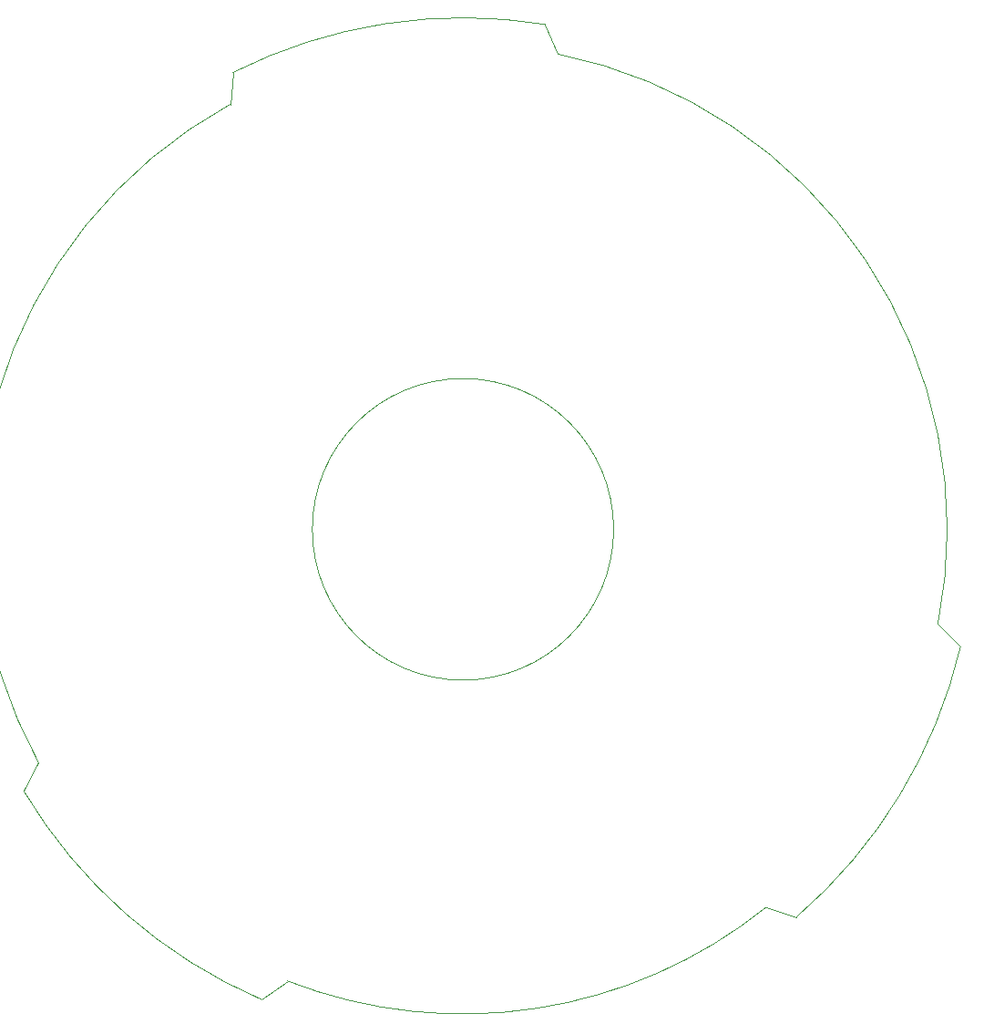
<source format=gbr>
%TF.GenerationSoftware,KiCad,Pcbnew,9.0.4*%
%TF.CreationDate,2025-09-29T12:29:08-05:00*%
%TF.ProjectId,Radial_Winding_Stator,52616469-616c-45f5-9769-6e64696e675f,rev?*%
%TF.SameCoordinates,Original*%
%TF.FileFunction,Profile,NP*%
%FSLAX46Y46*%
G04 Gerber Fmt 4.6, Leading zero omitted, Abs format (unit mm)*
G04 Created by KiCad (PCBNEW 9.0.4) date 2025-09-29 12:29:08*
%MOMM*%
%LPD*%
G01*
G04 APERTURE LIST*
%TA.AperFunction,Profile*%
%ADD10C,0.050000*%
%TD*%
G04 APERTURE END LIST*
D10*
X147000000Y-92000000D02*
G75*
G02*
X119000000Y-92000000I-14000000J0D01*
G01*
X119000000Y-92000000D02*
G75*
G02*
X147000000Y-92000000I14000000J0D01*
G01*
X114249669Y-135642589D02*
G75*
G02*
X92178195Y-116286430I18750331J43642589D01*
G01*
X140635274Y-45117680D02*
X141779066Y-47864669D01*
X161166558Y-127094809D02*
G75*
G02*
X116690290Y-133940362I-28166558J35094809D01*
G01*
X111620326Y-49583507D02*
G75*
G02*
X140635274Y-45117680I21379674J-42416493D01*
G01*
X93547298Y-113644502D02*
X92178197Y-116286429D01*
X179235517Y-102887026D02*
G75*
G02*
X164006088Y-127984342I-46235517J10887026D01*
G01*
X141779066Y-47864669D02*
G75*
G02*
X177135330Y-100779069I-8779066J-44135331D01*
G01*
X164006090Y-127984344D02*
X161166558Y-127094809D01*
X93547298Y-113644502D02*
G75*
G02*
X111355507Y-52547303I39452703J21644495D01*
G01*
X111620326Y-49583507D02*
X111355507Y-52547303D01*
X114249669Y-135642589D02*
X116690290Y-133940361D01*
X177135340Y-100779071D02*
X179235517Y-102887026D01*
M02*

</source>
